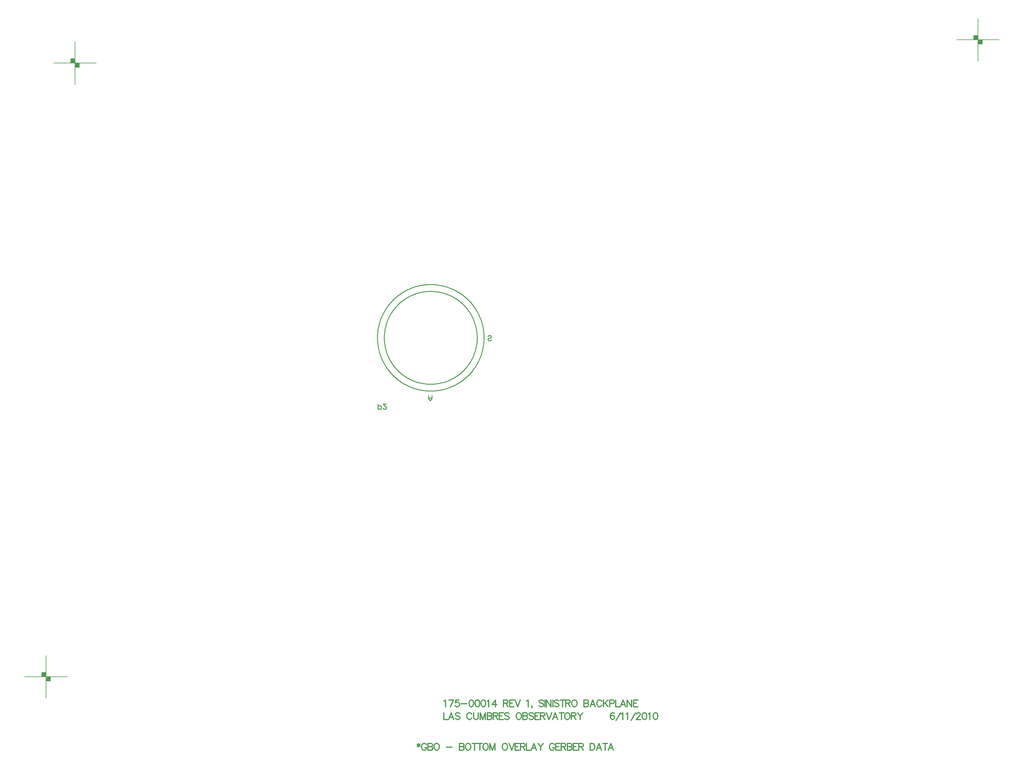
<source format=gbo>
%FSLAX23Y23*%
%MOIN*%
G70*
G01*
G75*
G04 Layer_Color=32896*
%ADD10R,0.050X0.050*%
%ADD11R,0.078X0.048*%
%ADD12R,0.050X0.050*%
%ADD13R,0.135X0.070*%
%ADD14R,0.037X0.035*%
%ADD15R,0.037X0.035*%
%ADD16R,0.100X0.100*%
%ADD17R,0.067X0.067*%
%ADD18O,0.028X0.018*%
%ADD19O,0.098X0.028*%
%ADD20R,0.094X0.130*%
%ADD21R,0.709X0.020*%
%ADD22R,0.016X0.085*%
%ADD23R,0.070X0.135*%
%ADD24C,0.030*%
%ADD25C,0.010*%
%ADD26C,0.020*%
%ADD27C,0.012*%
%ADD28C,0.008*%
%ADD29C,0.012*%
%ADD30C,0.012*%
%ADD31C,0.059*%
%ADD32R,0.059X0.059*%
%ADD33C,0.055*%
%ADD34C,0.134*%
%ADD35C,0.050*%
G04:AMPARAMS|DCode=36|XSize=90mil|YSize=110mil|CornerRadius=0mil|HoleSize=0mil|Usage=FLASHONLY|Rotation=162.000|XOffset=0mil|YOffset=0mil|HoleType=Round|Shape=Round|*
%AMOVALD36*
21,1,0.020,0.090,0.000,0.000,252.0*
1,1,0.090,0.003,0.010*
1,1,0.090,-0.003,-0.010*
%
%ADD36OVALD36*%

G04:AMPARAMS|DCode=37|XSize=90mil|YSize=110mil|CornerRadius=0mil|HoleSize=0mil|Usage=FLASHONLY|Rotation=144.000|XOffset=0mil|YOffset=0mil|HoleType=Round|Shape=Round|*
%AMOVALD37*
21,1,0.020,0.090,0.000,0.000,234.0*
1,1,0.090,0.006,0.008*
1,1,0.090,-0.006,-0.008*
%
%ADD37OVALD37*%

G04:AMPARAMS|DCode=38|XSize=90mil|YSize=110mil|CornerRadius=0mil|HoleSize=0mil|Usage=FLASHONLY|Rotation=126.000|XOffset=0mil|YOffset=0mil|HoleType=Round|Shape=Round|*
%AMOVALD38*
21,1,0.020,0.090,0.000,0.000,216.0*
1,1,0.090,0.008,0.006*
1,1,0.090,-0.008,-0.006*
%
%ADD38OVALD38*%

G04:AMPARAMS|DCode=39|XSize=90mil|YSize=110mil|CornerRadius=0mil|HoleSize=0mil|Usage=FLASHONLY|Rotation=108.000|XOffset=0mil|YOffset=0mil|HoleType=Round|Shape=Round|*
%AMOVALD39*
21,1,0.020,0.090,0.000,0.000,198.0*
1,1,0.090,0.010,0.003*
1,1,0.090,-0.010,-0.003*
%
%ADD39OVALD39*%

%ADD40O,0.110X0.090*%
G04:AMPARAMS|DCode=41|XSize=90mil|YSize=110mil|CornerRadius=0mil|HoleSize=0mil|Usage=FLASHONLY|Rotation=72.000|XOffset=0mil|YOffset=0mil|HoleType=Round|Shape=Round|*
%AMOVALD41*
21,1,0.020,0.090,0.000,0.000,162.0*
1,1,0.090,0.010,-0.003*
1,1,0.090,-0.010,0.003*
%
%ADD41OVALD41*%

G04:AMPARAMS|DCode=42|XSize=90mil|YSize=110mil|CornerRadius=0mil|HoleSize=0mil|Usage=FLASHONLY|Rotation=54.000|XOffset=0mil|YOffset=0mil|HoleType=Round|Shape=Round|*
%AMOVALD42*
21,1,0.020,0.090,0.000,0.000,144.0*
1,1,0.090,0.008,-0.006*
1,1,0.090,-0.008,0.006*
%
%ADD42OVALD42*%

G04:AMPARAMS|DCode=43|XSize=90mil|YSize=110mil|CornerRadius=0mil|HoleSize=0mil|Usage=FLASHONLY|Rotation=36.000|XOffset=0mil|YOffset=0mil|HoleType=Round|Shape=Round|*
%AMOVALD43*
21,1,0.020,0.090,0.000,0.000,126.0*
1,1,0.090,0.006,-0.008*
1,1,0.090,-0.006,0.008*
%
%ADD43OVALD43*%

G04:AMPARAMS|DCode=44|XSize=90mil|YSize=110mil|CornerRadius=0mil|HoleSize=0mil|Usage=FLASHONLY|Rotation=18.000|XOffset=0mil|YOffset=0mil|HoleType=Round|Shape=Round|*
%AMOVALD44*
21,1,0.020,0.090,0.000,0.000,108.0*
1,1,0.090,0.003,-0.010*
1,1,0.090,-0.003,0.010*
%
%ADD44OVALD44*%

%ADD45O,0.090X0.110*%
G04:AMPARAMS|DCode=46|XSize=90mil|YSize=110mil|CornerRadius=0mil|HoleSize=0mil|Usage=FLASHONLY|Rotation=152.304|XOffset=0mil|YOffset=0mil|HoleType=Round|Shape=Round|*
%AMOVALD46*
21,1,0.020,0.090,0.000,0.000,242.3*
1,1,0.090,0.005,0.009*
1,1,0.090,-0.005,-0.009*
%
%ADD46OVALD46*%

G04:AMPARAMS|DCode=47|XSize=90mil|YSize=110mil|CornerRadius=0mil|HoleSize=0mil|Usage=FLASHONLY|Rotation=124.612|XOffset=0mil|YOffset=0mil|HoleType=Round|Shape=Round|*
%AMOVALD47*
21,1,0.020,0.090,0.000,0.000,214.6*
1,1,0.090,0.008,0.006*
1,1,0.090,-0.008,-0.006*
%
%ADD47OVALD47*%

G04:AMPARAMS|DCode=48|XSize=90mil|YSize=110mil|CornerRadius=0mil|HoleSize=0mil|Usage=FLASHONLY|Rotation=96.920|XOffset=0mil|YOffset=0mil|HoleType=Round|Shape=Round|*
%AMOVALD48*
21,1,0.020,0.090,0.000,0.000,186.9*
1,1,0.090,0.010,0.001*
1,1,0.090,-0.010,-0.001*
%
%ADD48OVALD48*%

G04:AMPARAMS|DCode=49|XSize=90mil|YSize=110mil|CornerRadius=0mil|HoleSize=0mil|Usage=FLASHONLY|Rotation=69.228|XOffset=0mil|YOffset=0mil|HoleType=Round|Shape=Round|*
%AMOVALD49*
21,1,0.020,0.090,0.000,0.000,159.2*
1,1,0.090,0.009,-0.004*
1,1,0.090,-0.009,0.004*
%
%ADD49OVALD49*%

G04:AMPARAMS|DCode=50|XSize=90mil|YSize=110mil|CornerRadius=0mil|HoleSize=0mil|Usage=FLASHONLY|Rotation=41.536|XOffset=0mil|YOffset=0mil|HoleType=Round|Shape=Round|*
%AMOVALD50*
21,1,0.020,0.090,0.000,0.000,131.5*
1,1,0.090,0.007,-0.007*
1,1,0.090,-0.007,0.007*
%
%ADD50OVALD50*%

G04:AMPARAMS|DCode=51|XSize=90mil|YSize=110mil|CornerRadius=0mil|HoleSize=0mil|Usage=FLASHONLY|Rotation=13.844|XOffset=0mil|YOffset=0mil|HoleType=Round|Shape=Round|*
%AMOVALD51*
21,1,0.020,0.090,0.000,0.000,103.8*
1,1,0.090,0.002,-0.010*
1,1,0.090,-0.002,0.010*
%
%ADD51OVALD51*%

G04:AMPARAMS|DCode=52|XSize=90mil|YSize=110mil|CornerRadius=0mil|HoleSize=0mil|Usage=FLASHONLY|Rotation=346.152|XOffset=0mil|YOffset=0mil|HoleType=Round|Shape=Round|*
%AMOVALD52*
21,1,0.020,0.090,0.000,0.000,76.2*
1,1,0.090,-0.002,-0.010*
1,1,0.090,0.002,0.010*
%
%ADD52OVALD52*%

G04:AMPARAMS|DCode=53|XSize=90mil|YSize=110mil|CornerRadius=0mil|HoleSize=0mil|Usage=FLASHONLY|Rotation=318.460|XOffset=0mil|YOffset=0mil|HoleType=Round|Shape=Round|*
%AMOVALD53*
21,1,0.020,0.090,0.000,0.000,48.5*
1,1,0.090,-0.007,-0.007*
1,1,0.090,0.007,0.007*
%
%ADD53OVALD53*%

G04:AMPARAMS|DCode=54|XSize=90mil|YSize=110mil|CornerRadius=0mil|HoleSize=0mil|Usage=FLASHONLY|Rotation=290.768|XOffset=0mil|YOffset=0mil|HoleType=Round|Shape=Round|*
%AMOVALD54*
21,1,0.020,0.090,0.000,0.000,20.8*
1,1,0.090,-0.009,-0.004*
1,1,0.090,0.009,0.004*
%
%ADD54OVALD54*%

G04:AMPARAMS|DCode=55|XSize=90mil|YSize=110mil|CornerRadius=0mil|HoleSize=0mil|Usage=FLASHONLY|Rotation=263.076|XOffset=0mil|YOffset=0mil|HoleType=Round|Shape=Round|*
%AMOVALD55*
21,1,0.020,0.090,0.000,0.000,353.1*
1,1,0.090,-0.010,0.001*
1,1,0.090,0.010,-0.001*
%
%ADD55OVALD55*%

G04:AMPARAMS|DCode=56|XSize=90mil|YSize=110mil|CornerRadius=0mil|HoleSize=0mil|Usage=FLASHONLY|Rotation=235.384|XOffset=0mil|YOffset=0mil|HoleType=Round|Shape=Round|*
%AMOVALD56*
21,1,0.020,0.090,0.000,0.000,325.4*
1,1,0.090,-0.008,0.006*
1,1,0.090,0.008,-0.006*
%
%ADD56OVALD56*%

G04:AMPARAMS|DCode=57|XSize=90mil|YSize=110mil|CornerRadius=0mil|HoleSize=0mil|Usage=FLASHONLY|Rotation=207.692|XOffset=0mil|YOffset=0mil|HoleType=Round|Shape=Round|*
%AMOVALD57*
21,1,0.020,0.090,0.000,0.000,297.7*
1,1,0.090,-0.005,0.009*
1,1,0.090,0.005,-0.009*
%
%ADD57OVALD57*%

G04:AMPARAMS|DCode=58|XSize=90mil|YSize=110mil|CornerRadius=0mil|HoleSize=0mil|Usage=FLASHONLY|Rotation=128.568|XOffset=0mil|YOffset=0mil|HoleType=Round|Shape=Round|*
%AMOVALD58*
21,1,0.020,0.090,0.000,0.000,218.6*
1,1,0.090,0.008,0.006*
1,1,0.090,-0.008,-0.006*
%
%ADD58OVALD58*%

G04:AMPARAMS|DCode=59|XSize=90mil|YSize=110mil|CornerRadius=0mil|HoleSize=0mil|Usage=FLASHONLY|Rotation=77.140|XOffset=0mil|YOffset=0mil|HoleType=Round|Shape=Round|*
%AMOVALD59*
21,1,0.020,0.090,0.000,0.000,167.1*
1,1,0.090,0.010,-0.002*
1,1,0.090,-0.010,0.002*
%
%ADD59OVALD59*%

G04:AMPARAMS|DCode=60|XSize=90mil|YSize=110mil|CornerRadius=0mil|HoleSize=0mil|Usage=FLASHONLY|Rotation=25.712|XOffset=0mil|YOffset=0mil|HoleType=Round|Shape=Round|*
%AMOVALD60*
21,1,0.020,0.090,0.000,0.000,115.7*
1,1,0.090,0.004,-0.009*
1,1,0.090,-0.004,0.009*
%
%ADD60OVALD60*%

G04:AMPARAMS|DCode=61|XSize=90mil|YSize=110mil|CornerRadius=0mil|HoleSize=0mil|Usage=FLASHONLY|Rotation=334.284|XOffset=0mil|YOffset=0mil|HoleType=Round|Shape=Round|*
%AMOVALD61*
21,1,0.020,0.090,0.000,0.000,64.3*
1,1,0.090,-0.004,-0.009*
1,1,0.090,0.004,0.009*
%
%ADD61OVALD61*%

G04:AMPARAMS|DCode=62|XSize=90mil|YSize=110mil|CornerRadius=0mil|HoleSize=0mil|Usage=FLASHONLY|Rotation=282.856|XOffset=0mil|YOffset=0mil|HoleType=Round|Shape=Round|*
%AMOVALD62*
21,1,0.020,0.090,0.000,0.000,12.9*
1,1,0.090,-0.010,-0.002*
1,1,0.090,0.010,0.002*
%
%ADD62OVALD62*%

G04:AMPARAMS|DCode=63|XSize=90mil|YSize=110mil|CornerRadius=0mil|HoleSize=0mil|Usage=FLASHONLY|Rotation=231.428|XOffset=0mil|YOffset=0mil|HoleType=Round|Shape=Round|*
%AMOVALD63*
21,1,0.020,0.090,0.000,0.000,321.4*
1,1,0.090,-0.008,0.006*
1,1,0.090,0.008,-0.006*
%
%ADD63OVALD63*%

%ADD64C,0.024*%
%ADD65C,0.028*%
%ADD66C,0.040*%
%ADD67C,0.075*%
%ADD68C,0.068*%
G04:AMPARAMS|DCode=69|XSize=87.559mil|YSize=87.559mil|CornerRadius=0mil|HoleSize=0mil|Usage=FLASHONLY|Rotation=0.000|XOffset=0mil|YOffset=0mil|HoleType=Round|Shape=Relief|Width=10mil|Gap=10mil|Entries=4|*
%AMTHD69*
7,0,0,0.088,0.068,0.010,45*
%
%ADD69THD69*%
%ADD70C,0.073*%
G04:AMPARAMS|DCode=71|XSize=93.465mil|YSize=93.465mil|CornerRadius=0mil|HoleSize=0mil|Usage=FLASHONLY|Rotation=0.000|XOffset=0mil|YOffset=0mil|HoleType=Round|Shape=Relief|Width=10mil|Gap=10mil|Entries=4|*
%AMTHD71*
7,0,0,0.093,0.073,0.010,45*
%
%ADD71THD71*%
G04:AMPARAMS|DCode=72|XSize=95.433mil|YSize=95.433mil|CornerRadius=0mil|HoleSize=0mil|Usage=FLASHONLY|Rotation=0.000|XOffset=0mil|YOffset=0mil|HoleType=Round|Shape=Relief|Width=10mil|Gap=10mil|Entries=4|*
%AMTHD72*
7,0,0,0.095,0.075,0.010,45*
%
%ADD72THD72*%
%ADD73C,0.071*%
%ADD74C,0.174*%
%ADD75C,0.065*%
G04:AMPARAMS|DCode=76|XSize=85mil|YSize=85mil|CornerRadius=0mil|HoleSize=0mil|Usage=FLASHONLY|Rotation=0.000|XOffset=0mil|YOffset=0mil|HoleType=Round|Shape=Relief|Width=10mil|Gap=10mil|Entries=4|*
%AMTHD76*
7,0,0,0.085,0.065,0.010,45*
%
%ADD76THD76*%
%ADD77C,0.110*%
G04:AMPARAMS|DCode=78|XSize=130mil|YSize=130mil|CornerRadius=0mil|HoleSize=0mil|Usage=FLASHONLY|Rotation=0.000|XOffset=0mil|YOffset=0mil|HoleType=Round|Shape=Relief|Width=10mil|Gap=10mil|Entries=4|*
%AMTHD78*
7,0,0,0.130,0.110,0.010,45*
%
%ADD78THD78*%
%ADD79C,0.053*%
G04:AMPARAMS|DCode=80|XSize=70mil|YSize=70mil|CornerRadius=0mil|HoleSize=0mil|Usage=FLASHONLY|Rotation=0.000|XOffset=0mil|YOffset=0mil|HoleType=Round|Shape=Relief|Width=10mil|Gap=10mil|Entries=4|*
%AMTHD80*
7,0,0,0.070,0.050,0.010,45*
%
%ADD80THD80*%
G04:AMPARAMS|DCode=81|XSize=73mil|YSize=73mil|CornerRadius=0mil|HoleSize=0mil|Usage=FLASHONLY|Rotation=0.000|XOffset=0mil|YOffset=0mil|HoleType=Round|Shape=Relief|Width=10mil|Gap=10mil|Entries=4|*
%AMTHD81*
7,0,0,0.073,0.053,0.010,45*
%
%ADD81THD81*%
%ADD82C,0.010*%
%ADD83C,0.010*%
%ADD84C,0.006*%
%ADD85C,0.007*%
%ADD86C,0.008*%
%ADD87R,1.096X0.079*%
%ADD88R,1.496X0.079*%
%ADD89R,0.257X0.178*%
%ADD90R,0.058X0.058*%
%ADD91R,0.086X0.056*%
%ADD92R,0.058X0.058*%
%ADD93R,0.143X0.078*%
%ADD94R,0.045X0.043*%
%ADD95R,0.045X0.043*%
%ADD96R,0.108X0.108*%
%ADD97R,0.075X0.075*%
%ADD98O,0.036X0.026*%
%ADD99O,0.106X0.036*%
%ADD100R,0.102X0.138*%
%ADD101R,0.717X0.028*%
%ADD102R,0.024X0.093*%
%ADD103R,0.078X0.143*%
%ADD104C,0.067*%
%ADD105R,0.067X0.067*%
%ADD106C,0.063*%
%ADD107C,0.142*%
G04:AMPARAMS|DCode=108|XSize=98mil|YSize=118mil|CornerRadius=0mil|HoleSize=0mil|Usage=FLASHONLY|Rotation=162.000|XOffset=0mil|YOffset=0mil|HoleType=Round|Shape=Round|*
%AMOVALD108*
21,1,0.020,0.098,0.000,0.000,252.0*
1,1,0.098,0.003,0.010*
1,1,0.098,-0.003,-0.010*
%
%ADD108OVALD108*%

G04:AMPARAMS|DCode=109|XSize=98mil|YSize=118mil|CornerRadius=0mil|HoleSize=0mil|Usage=FLASHONLY|Rotation=144.000|XOffset=0mil|YOffset=0mil|HoleType=Round|Shape=Round|*
%AMOVALD109*
21,1,0.020,0.098,0.000,0.000,234.0*
1,1,0.098,0.006,0.008*
1,1,0.098,-0.006,-0.008*
%
%ADD109OVALD109*%

G04:AMPARAMS|DCode=110|XSize=98mil|YSize=118mil|CornerRadius=0mil|HoleSize=0mil|Usage=FLASHONLY|Rotation=126.000|XOffset=0mil|YOffset=0mil|HoleType=Round|Shape=Round|*
%AMOVALD110*
21,1,0.020,0.098,0.000,0.000,216.0*
1,1,0.098,0.008,0.006*
1,1,0.098,-0.008,-0.006*
%
%ADD110OVALD110*%

G04:AMPARAMS|DCode=111|XSize=98mil|YSize=118mil|CornerRadius=0mil|HoleSize=0mil|Usage=FLASHONLY|Rotation=108.000|XOffset=0mil|YOffset=0mil|HoleType=Round|Shape=Round|*
%AMOVALD111*
21,1,0.020,0.098,0.000,0.000,198.0*
1,1,0.098,0.010,0.003*
1,1,0.098,-0.010,-0.003*
%
%ADD111OVALD111*%

%ADD112O,0.118X0.098*%
G04:AMPARAMS|DCode=113|XSize=98mil|YSize=118mil|CornerRadius=0mil|HoleSize=0mil|Usage=FLASHONLY|Rotation=72.000|XOffset=0mil|YOffset=0mil|HoleType=Round|Shape=Round|*
%AMOVALD113*
21,1,0.020,0.098,0.000,0.000,162.0*
1,1,0.098,0.010,-0.003*
1,1,0.098,-0.010,0.003*
%
%ADD113OVALD113*%

G04:AMPARAMS|DCode=114|XSize=98mil|YSize=118mil|CornerRadius=0mil|HoleSize=0mil|Usage=FLASHONLY|Rotation=54.000|XOffset=0mil|YOffset=0mil|HoleType=Round|Shape=Round|*
%AMOVALD114*
21,1,0.020,0.098,0.000,0.000,144.0*
1,1,0.098,0.008,-0.006*
1,1,0.098,-0.008,0.006*
%
%ADD114OVALD114*%

G04:AMPARAMS|DCode=115|XSize=98mil|YSize=118mil|CornerRadius=0mil|HoleSize=0mil|Usage=FLASHONLY|Rotation=36.000|XOffset=0mil|YOffset=0mil|HoleType=Round|Shape=Round|*
%AMOVALD115*
21,1,0.020,0.098,0.000,0.000,126.0*
1,1,0.098,0.006,-0.008*
1,1,0.098,-0.006,0.008*
%
%ADD115OVALD115*%

G04:AMPARAMS|DCode=116|XSize=98mil|YSize=118mil|CornerRadius=0mil|HoleSize=0mil|Usage=FLASHONLY|Rotation=18.000|XOffset=0mil|YOffset=0mil|HoleType=Round|Shape=Round|*
%AMOVALD116*
21,1,0.020,0.098,0.000,0.000,108.0*
1,1,0.098,0.003,-0.010*
1,1,0.098,-0.003,0.010*
%
%ADD116OVALD116*%

%ADD117O,0.098X0.118*%
G04:AMPARAMS|DCode=118|XSize=98mil|YSize=118mil|CornerRadius=0mil|HoleSize=0mil|Usage=FLASHONLY|Rotation=152.304|XOffset=0mil|YOffset=0mil|HoleType=Round|Shape=Round|*
%AMOVALD118*
21,1,0.020,0.098,0.000,0.000,242.3*
1,1,0.098,0.005,0.009*
1,1,0.098,-0.005,-0.009*
%
%ADD118OVALD118*%

G04:AMPARAMS|DCode=119|XSize=98mil|YSize=118mil|CornerRadius=0mil|HoleSize=0mil|Usage=FLASHONLY|Rotation=124.612|XOffset=0mil|YOffset=0mil|HoleType=Round|Shape=Round|*
%AMOVALD119*
21,1,0.020,0.098,0.000,0.000,214.6*
1,1,0.098,0.008,0.006*
1,1,0.098,-0.008,-0.006*
%
%ADD119OVALD119*%

G04:AMPARAMS|DCode=120|XSize=98mil|YSize=118mil|CornerRadius=0mil|HoleSize=0mil|Usage=FLASHONLY|Rotation=96.920|XOffset=0mil|YOffset=0mil|HoleType=Round|Shape=Round|*
%AMOVALD120*
21,1,0.020,0.098,0.000,0.000,186.9*
1,1,0.098,0.010,0.001*
1,1,0.098,-0.010,-0.001*
%
%ADD120OVALD120*%

G04:AMPARAMS|DCode=121|XSize=98mil|YSize=118mil|CornerRadius=0mil|HoleSize=0mil|Usage=FLASHONLY|Rotation=69.228|XOffset=0mil|YOffset=0mil|HoleType=Round|Shape=Round|*
%AMOVALD121*
21,1,0.020,0.098,0.000,0.000,159.2*
1,1,0.098,0.009,-0.004*
1,1,0.098,-0.009,0.004*
%
%ADD121OVALD121*%

G04:AMPARAMS|DCode=122|XSize=98mil|YSize=118mil|CornerRadius=0mil|HoleSize=0mil|Usage=FLASHONLY|Rotation=41.536|XOffset=0mil|YOffset=0mil|HoleType=Round|Shape=Round|*
%AMOVALD122*
21,1,0.020,0.098,0.000,0.000,131.5*
1,1,0.098,0.007,-0.007*
1,1,0.098,-0.007,0.007*
%
%ADD122OVALD122*%

G04:AMPARAMS|DCode=123|XSize=98mil|YSize=118mil|CornerRadius=0mil|HoleSize=0mil|Usage=FLASHONLY|Rotation=13.844|XOffset=0mil|YOffset=0mil|HoleType=Round|Shape=Round|*
%AMOVALD123*
21,1,0.020,0.098,0.000,0.000,103.8*
1,1,0.098,0.002,-0.010*
1,1,0.098,-0.002,0.010*
%
%ADD123OVALD123*%

G04:AMPARAMS|DCode=124|XSize=98mil|YSize=118mil|CornerRadius=0mil|HoleSize=0mil|Usage=FLASHONLY|Rotation=346.152|XOffset=0mil|YOffset=0mil|HoleType=Round|Shape=Round|*
%AMOVALD124*
21,1,0.020,0.098,0.000,0.000,76.2*
1,1,0.098,-0.002,-0.010*
1,1,0.098,0.002,0.010*
%
%ADD124OVALD124*%

G04:AMPARAMS|DCode=125|XSize=98mil|YSize=118mil|CornerRadius=0mil|HoleSize=0mil|Usage=FLASHONLY|Rotation=318.460|XOffset=0mil|YOffset=0mil|HoleType=Round|Shape=Round|*
%AMOVALD125*
21,1,0.020,0.098,0.000,0.000,48.5*
1,1,0.098,-0.007,-0.007*
1,1,0.098,0.007,0.007*
%
%ADD125OVALD125*%

G04:AMPARAMS|DCode=126|XSize=98mil|YSize=118mil|CornerRadius=0mil|HoleSize=0mil|Usage=FLASHONLY|Rotation=290.768|XOffset=0mil|YOffset=0mil|HoleType=Round|Shape=Round|*
%AMOVALD126*
21,1,0.020,0.098,0.000,0.000,20.8*
1,1,0.098,-0.009,-0.004*
1,1,0.098,0.009,0.004*
%
%ADD126OVALD126*%

G04:AMPARAMS|DCode=127|XSize=98mil|YSize=118mil|CornerRadius=0mil|HoleSize=0mil|Usage=FLASHONLY|Rotation=263.076|XOffset=0mil|YOffset=0mil|HoleType=Round|Shape=Round|*
%AMOVALD127*
21,1,0.020,0.098,0.000,0.000,353.1*
1,1,0.098,-0.010,0.001*
1,1,0.098,0.010,-0.001*
%
%ADD127OVALD127*%

G04:AMPARAMS|DCode=128|XSize=98mil|YSize=118mil|CornerRadius=0mil|HoleSize=0mil|Usage=FLASHONLY|Rotation=235.384|XOffset=0mil|YOffset=0mil|HoleType=Round|Shape=Round|*
%AMOVALD128*
21,1,0.020,0.098,0.000,0.000,325.4*
1,1,0.098,-0.008,0.006*
1,1,0.098,0.008,-0.006*
%
%ADD128OVALD128*%

G04:AMPARAMS|DCode=129|XSize=98mil|YSize=118mil|CornerRadius=0mil|HoleSize=0mil|Usage=FLASHONLY|Rotation=207.692|XOffset=0mil|YOffset=0mil|HoleType=Round|Shape=Round|*
%AMOVALD129*
21,1,0.020,0.098,0.000,0.000,297.7*
1,1,0.098,-0.005,0.009*
1,1,0.098,0.005,-0.009*
%
%ADD129OVALD129*%

G04:AMPARAMS|DCode=130|XSize=98mil|YSize=118mil|CornerRadius=0mil|HoleSize=0mil|Usage=FLASHONLY|Rotation=128.568|XOffset=0mil|YOffset=0mil|HoleType=Round|Shape=Round|*
%AMOVALD130*
21,1,0.020,0.098,0.000,0.000,218.6*
1,1,0.098,0.008,0.006*
1,1,0.098,-0.008,-0.006*
%
%ADD130OVALD130*%

G04:AMPARAMS|DCode=131|XSize=98mil|YSize=118mil|CornerRadius=0mil|HoleSize=0mil|Usage=FLASHONLY|Rotation=77.140|XOffset=0mil|YOffset=0mil|HoleType=Round|Shape=Round|*
%AMOVALD131*
21,1,0.020,0.098,0.000,0.000,167.1*
1,1,0.098,0.010,-0.002*
1,1,0.098,-0.010,0.002*
%
%ADD131OVALD131*%

G04:AMPARAMS|DCode=132|XSize=98mil|YSize=118mil|CornerRadius=0mil|HoleSize=0mil|Usage=FLASHONLY|Rotation=25.712|XOffset=0mil|YOffset=0mil|HoleType=Round|Shape=Round|*
%AMOVALD132*
21,1,0.020,0.098,0.000,0.000,115.7*
1,1,0.098,0.004,-0.009*
1,1,0.098,-0.004,0.009*
%
%ADD132OVALD132*%

G04:AMPARAMS|DCode=133|XSize=98mil|YSize=118mil|CornerRadius=0mil|HoleSize=0mil|Usage=FLASHONLY|Rotation=334.284|XOffset=0mil|YOffset=0mil|HoleType=Round|Shape=Round|*
%AMOVALD133*
21,1,0.020,0.098,0.000,0.000,64.3*
1,1,0.098,-0.004,-0.009*
1,1,0.098,0.004,0.009*
%
%ADD133OVALD133*%

G04:AMPARAMS|DCode=134|XSize=98mil|YSize=118mil|CornerRadius=0mil|HoleSize=0mil|Usage=FLASHONLY|Rotation=282.856|XOffset=0mil|YOffset=0mil|HoleType=Round|Shape=Round|*
%AMOVALD134*
21,1,0.020,0.098,0.000,0.000,12.9*
1,1,0.098,-0.010,-0.002*
1,1,0.098,0.010,0.002*
%
%ADD134OVALD134*%

G04:AMPARAMS|DCode=135|XSize=98mil|YSize=118mil|CornerRadius=0mil|HoleSize=0mil|Usage=FLASHONLY|Rotation=231.428|XOffset=0mil|YOffset=0mil|HoleType=Round|Shape=Round|*
%AMOVALD135*
21,1,0.020,0.098,0.000,0.000,321.4*
1,1,0.098,-0.008,0.006*
1,1,0.098,0.008,-0.006*
%
%ADD135OVALD135*%

%ADD136C,0.032*%
%ADD137C,0.036*%
D25*
X14688Y13708D02*
X14688Y13718D01*
X14688Y13729D01*
X14687Y13739D01*
X14687Y13748D01*
X14686Y13758D01*
X14685Y13768D01*
X14684Y13778D01*
X14682Y13788D01*
X14681Y13798D01*
X14679Y13808D01*
X14677Y13818D01*
X14675Y13828D01*
X14673Y13837D01*
X14670Y13847D01*
X14668Y13857D01*
X14665Y13866D01*
X14662Y13876D01*
X14659Y13885D01*
X14655Y13895D01*
X14652Y13904D01*
X14648Y13914D01*
X14644Y13923D01*
X14640Y13932D01*
X14636Y13941D01*
X14632Y13950D01*
X14627Y13959D01*
X14622Y13968D01*
X14618Y13977D01*
X14613Y13985D01*
X14607Y13994D01*
X14602Y14002D01*
X14597Y14011D01*
X14591Y14019D01*
X14585Y14027D01*
X14579Y14035D01*
X14573Y14043D01*
X14567Y14051D01*
X14561Y14059D01*
X14554Y14066D01*
X14548Y14074D01*
X14541Y14081D01*
X14534Y14089D01*
X14527Y14096D01*
X14520Y14103D01*
X14512Y14109D01*
X14505Y14116D01*
X14497Y14123D01*
X14490Y14129D01*
X14482Y14135D01*
X14474Y14142D01*
X14466Y14148D01*
X14458Y14153D01*
X14450Y14159D01*
X14441Y14165D01*
X14433Y14170D01*
X14424Y14175D01*
X14416Y14180D01*
X14407Y14185D01*
X14398Y14190D01*
X14389Y14195D01*
X14380Y14199D01*
X14371Y14203D01*
X14362Y14208D01*
X14353Y14212D01*
X14344Y14215D01*
X14334Y14219D01*
X14325Y14222D01*
X14315Y14226D01*
X14306Y14229D01*
X14296Y14232D01*
X14287Y14234D01*
X14277Y14237D01*
X14267Y14239D01*
X14257Y14241D01*
X14248Y14243D01*
X14238Y14245D01*
X14228Y14247D01*
X14218Y14248D01*
X14208Y14250D01*
X14198Y14251D01*
X14188Y14252D01*
X14178Y14252D01*
X14168Y14253D01*
X14158Y14253D01*
X14148Y14253D01*
X14138D01*
X14128Y14253D01*
X14118Y14253D01*
X14108Y14252D01*
X14098Y14252D01*
X14088Y14251D01*
X14078Y14250D01*
X14068Y14248D01*
X14058Y14247D01*
X14049Y14245D01*
X14039Y14243D01*
X14029Y14241D01*
X14019Y14239D01*
X14009Y14237D01*
X14000Y14234D01*
X13990Y14232D01*
X13980Y14229D01*
X13971Y14226D01*
X13961Y14222D01*
X13952Y14219D01*
X13943Y14215D01*
X13933Y14212D01*
X13924Y14208D01*
X13915Y14203D01*
X13906Y14199D01*
X13897Y14195D01*
X13888Y14190D01*
X13879Y14185D01*
X13871Y14180D01*
X13862Y14175D01*
X13853Y14170D01*
X13845Y14165D01*
X13837Y14159D01*
X13828Y14153D01*
X13820Y14148D01*
X13812Y14142D01*
X13804Y14135D01*
X13797Y14129D01*
X13789Y14123D01*
X13781Y14116D01*
X13774Y14109D01*
X13767Y14103D01*
X13760Y14096D01*
X13752Y14089D01*
X13746Y14081D01*
X13739Y14074D01*
X13732Y14066D01*
X13726Y14059D01*
X13719Y14051D01*
X13713Y14043D01*
X13707Y14035D01*
X13701Y14027D01*
X13695Y14019D01*
X13690Y14011D01*
X13684Y14002D01*
X13679Y13994D01*
X13674Y13985D01*
X13669Y13977D01*
X13664Y13968D01*
X13659Y13959D01*
X13655Y13950D01*
X13650Y13941D01*
X13646Y13932D01*
X13642Y13923D01*
X13638Y13914D01*
X13635Y13904D01*
X13631Y13895D01*
X13628Y13885D01*
X13625Y13876D01*
X13622Y13866D01*
X13619Y13857D01*
X13616Y13847D01*
X13614Y13837D01*
X13611Y13828D01*
X13609Y13818D01*
X13607Y13808D01*
X13606Y13798D01*
X13604Y13788D01*
X13603Y13778D01*
X13601Y13768D01*
X13600Y13758D01*
X13600Y13748D01*
X13599Y13739D01*
X13599Y13729D01*
X13598Y13718D01*
X13598Y13708D01*
X13598Y13698D01*
X13599Y13688D01*
X13599Y13678D01*
X13600Y13668D01*
X13600Y13658D01*
X13601Y13649D01*
X13603Y13639D01*
X13604Y13629D01*
X13606Y13619D01*
X13607Y13609D01*
X13609Y13599D01*
X13611Y13589D01*
X13614Y13580D01*
X13616Y13570D01*
X13619Y13560D01*
X13622Y13551D01*
X13625Y13541D01*
X13628Y13532D01*
X13631Y13522D01*
X13635Y13513D01*
X13638Y13503D01*
X13642Y13494D01*
X13646Y13485D01*
X13650Y13476D01*
X13655Y13467D01*
X13659Y13458D01*
X13664Y13449D01*
X13669Y13440D01*
X13674Y13432D01*
X13679Y13423D01*
X13684Y13415D01*
X13690Y13406D01*
X13695Y13398D01*
X13701Y13390D01*
X13707Y13382D01*
X13713Y13374D01*
X13719Y13366D01*
X13726Y13358D01*
X13732Y13351D01*
X13739Y13343D01*
X13746Y13336D01*
X13752Y13328D01*
X13760Y13321D01*
X13767Y13314D01*
X13774Y13307D01*
X13781Y13301D01*
X13789Y13294D01*
X13797Y13288D01*
X13804Y13281D01*
X13812Y13275D01*
X13820Y13269D01*
X13828Y13263D01*
X13837Y13258D01*
X13845Y13252D01*
X13853Y13247D01*
X13862Y13242D01*
X13871Y13236D01*
X13879Y13232D01*
X13888Y13227D01*
X13897Y13222D01*
X13906Y13218D01*
X13915Y13213D01*
X13924Y13209D01*
X13933Y13205D01*
X13943Y13202D01*
X13952Y13198D01*
X13961Y13195D01*
X13971Y13191D01*
X13980Y13188D01*
X13990Y13185D01*
X14000Y13183D01*
X14009Y13180D01*
X14019Y13178D01*
X14029Y13176D01*
X14039Y13174D01*
X14049Y13172D01*
X14058Y13170D01*
X14068Y13169D01*
X14078Y13167D01*
X14088Y13166D01*
X14098Y13165D01*
X14108Y13165D01*
X14118Y13164D01*
X14128Y13164D01*
X14138Y13163D01*
X14148D01*
X14158Y13164D01*
X14168Y13164D01*
X14178Y13165D01*
X14188Y13165D01*
X14198Y13166D01*
X14208Y13167D01*
X14218Y13169D01*
X14228Y13170D01*
X14238Y13172D01*
X14248Y13174D01*
X14257Y13176D01*
X14267Y13178D01*
X14277Y13180D01*
X14287Y13183D01*
X14296Y13185D01*
X14306Y13188D01*
X14315Y13191D01*
X14325Y13195D01*
X14334Y13198D01*
X14344Y13202D01*
X14353Y13205D01*
X14362Y13209D01*
X14371Y13213D01*
X14380Y13218D01*
X14389Y13222D01*
X14398Y13227D01*
X14407Y13232D01*
X14416Y13236D01*
X14424Y13242D01*
X14433Y13247D01*
X14441Y13252D01*
X14450Y13258D01*
X14458Y13263D01*
X14466Y13269D01*
X14474Y13275D01*
X14482Y13281D01*
X14490Y13288D01*
X14497Y13294D01*
X14505Y13301D01*
X14512Y13307D01*
X14520Y13314D01*
X14527Y13321D01*
X14534Y13328D01*
X14541Y13336D01*
X14548Y13343D01*
X14554Y13351D01*
X14561Y13358D01*
X14567Y13366D01*
X14573Y13374D01*
X14579Y13382D01*
X14585Y13390D01*
X14591Y13398D01*
X14597Y13406D01*
X14602Y13415D01*
X14607Y13423D01*
X14613Y13432D01*
X14618Y13440D01*
X14622Y13449D01*
X14627Y13458D01*
X14632Y13467D01*
X14636Y13476D01*
X14640Y13485D01*
X14644Y13494D01*
X14648Y13503D01*
X14652Y13513D01*
X14655Y13522D01*
X14659Y13532D01*
X14662Y13541D01*
X14665Y13551D01*
X14668Y13560D01*
X14670Y13570D01*
X14673Y13580D01*
X14675Y13589D01*
X14677Y13599D01*
X14679Y13609D01*
X14681Y13619D01*
X14682Y13629D01*
X14684Y13639D01*
X14685Y13649D01*
X14686Y13658D01*
X14687Y13668D01*
X14687Y13678D01*
X14688Y13688D01*
X14688Y13698D01*
X14688Y13708D01*
X14768D02*
X14768Y13718D01*
X14768Y13728D01*
X14767Y13738D01*
X14767Y13748D01*
X14766Y13758D01*
X14765Y13768D01*
X14764Y13778D01*
X14763Y13788D01*
X14762Y13798D01*
X14760Y13808D01*
X14759Y13818D01*
X14757Y13828D01*
X14755Y13837D01*
X14753Y13847D01*
X14750Y13857D01*
X14748Y13867D01*
X14745Y13876D01*
X14743Y13886D01*
X14740Y13895D01*
X14737Y13905D01*
X14733Y13914D01*
X14730Y13924D01*
X14726Y13933D01*
X14723Y13942D01*
X14719Y13952D01*
X14715Y13961D01*
X14711Y13970D01*
X14707Y13979D01*
X14702Y13988D01*
X14698Y13997D01*
X14693Y14006D01*
X14688Y14014D01*
X14683Y14023D01*
X14678Y14032D01*
X14673Y14040D01*
X14668Y14049D01*
X14662Y14057D01*
X14656Y14065D01*
X14651Y14073D01*
X14645Y14082D01*
X14639Y14089D01*
X14633Y14097D01*
X14626Y14105D01*
X14620Y14113D01*
X14613Y14120D01*
X14607Y14128D01*
X14600Y14135D01*
X14593Y14142D01*
X14586Y14150D01*
X14579Y14157D01*
X14572Y14164D01*
X14564Y14170D01*
X14557Y14177D01*
X14549Y14184D01*
X14542Y14190D01*
X14534Y14196D01*
X14526Y14202D01*
X14518Y14209D01*
X14510Y14214D01*
X14502Y14220D01*
X14494Y14226D01*
X14485Y14231D01*
X14477Y14237D01*
X14469Y14242D01*
X14460Y14247D01*
X14451Y14252D01*
X14443Y14257D01*
X14434Y14262D01*
X14425Y14266D01*
X14416Y14271D01*
X14407Y14275D01*
X14398Y14279D01*
X14389Y14283D01*
X14379Y14287D01*
X14370Y14291D01*
X14361Y14294D01*
X14351Y14298D01*
X14342Y14301D01*
X14333Y14304D01*
X14323Y14307D01*
X14313Y14310D01*
X14304Y14313D01*
X14294Y14315D01*
X14284Y14317D01*
X14275Y14320D01*
X14265Y14322D01*
X14255Y14323D01*
X14245Y14325D01*
X14235Y14327D01*
X14225Y14328D01*
X14215Y14329D01*
X14206Y14330D01*
X14196Y14331D01*
X14186Y14332D01*
X14176Y14333D01*
X14166Y14333D01*
X14156Y14333D01*
X14146Y14334D01*
X14136Y14333D01*
X14126Y14333D01*
X14116Y14333D01*
X14106Y14332D01*
X14096Y14332D01*
X14086Y14331D01*
X14076Y14330D01*
X14066Y14329D01*
X14056Y14327D01*
X14046Y14326D01*
X14036Y14324D01*
X14026Y14323D01*
X14017Y14321D01*
X14007Y14318D01*
X13997Y14316D01*
X13987Y14314D01*
X13978Y14311D01*
X13968Y14309D01*
X13959Y14306D01*
X13949Y14303D01*
X13940Y14299D01*
X13930Y14296D01*
X13921Y14293D01*
X13911Y14289D01*
X13902Y14285D01*
X13893Y14281D01*
X13884Y14277D01*
X13875Y14273D01*
X13866Y14269D01*
X13857Y14264D01*
X13848Y14260D01*
X13839Y14255D01*
X13831Y14250D01*
X13822Y14245D01*
X13813Y14240D01*
X13805Y14234D01*
X13797Y14229D01*
X13788Y14223D01*
X13780Y14217D01*
X13772Y14211D01*
X13764Y14206D01*
X13756Y14199D01*
X13748Y14193D01*
X13741Y14187D01*
X13733Y14180D01*
X13726Y14174D01*
X13718Y14167D01*
X13711Y14160D01*
X13704Y14153D01*
X13697Y14146D01*
X13690Y14139D01*
X13683Y14132D01*
X13676Y14124D01*
X13670Y14117D01*
X13663Y14109D01*
X13657Y14101D01*
X13651Y14093D01*
X13645Y14086D01*
X13639Y14077D01*
X13633Y14069D01*
X13627Y14061D01*
X13622Y14053D01*
X13616Y14044D01*
X13611Y14036D01*
X13606Y14027D01*
X13601Y14019D01*
X13596Y14010D01*
X13591Y14001D01*
X13586Y13992D01*
X13582Y13984D01*
X13578Y13975D01*
X13573Y13965D01*
X13569Y13956D01*
X13565Y13947D01*
X13562Y13938D01*
X13558Y13929D01*
X13555Y13919D01*
X13551Y13910D01*
X13548Y13900D01*
X13545Y13891D01*
X13542Y13881D01*
X13540Y13871D01*
X13537Y13862D01*
X13535Y13852D01*
X13533Y13842D01*
X13531Y13833D01*
X13529Y13823D01*
X13527Y13813D01*
X13525Y13803D01*
X13524Y13793D01*
X13523Y13783D01*
X13521Y13773D01*
X13521Y13763D01*
X13520Y13753D01*
X13519Y13743D01*
X13519Y13733D01*
X13518Y13723D01*
X13518Y13713D01*
Y13703D01*
X13518Y13693D01*
X13519Y13684D01*
X13519Y13674D01*
X13520Y13664D01*
X13521Y13654D01*
X13521Y13644D01*
X13523Y13634D01*
X13524Y13624D01*
X13525Y13614D01*
X13527Y13604D01*
X13529Y13594D01*
X13531Y13584D01*
X13533Y13575D01*
X13535Y13565D01*
X13537Y13555D01*
X13540Y13545D01*
X13542Y13536D01*
X13545Y13526D01*
X13548Y13517D01*
X13551Y13507D01*
X13555Y13498D01*
X13558Y13488D01*
X13562Y13479D01*
X13565Y13470D01*
X13569Y13461D01*
X13573Y13452D01*
X13578Y13442D01*
X13582Y13433D01*
X13586Y13424D01*
X13591Y13416D01*
X13596Y13407D01*
X13601Y13398D01*
X13606Y13389D01*
X13611Y13381D01*
X13616Y13372D01*
X13622Y13364D01*
X13627Y13356D01*
X13633Y13348D01*
X13639Y13339D01*
X13645Y13331D01*
X13651Y13324D01*
X13657Y13316D01*
X13663Y13308D01*
X13670Y13300D01*
X13676Y13293D01*
X13683Y13285D01*
X13690Y13278D01*
X13697Y13271D01*
X13704Y13264D01*
X13711Y13257D01*
X13718Y13250D01*
X13726Y13243D01*
X13733Y13237D01*
X13741Y13230D01*
X13748Y13224D01*
X13756Y13218D01*
X13764Y13211D01*
X13772Y13205D01*
X13780Y13200D01*
X13788Y13194D01*
X13797Y13188D01*
X13805Y13183D01*
X13813Y13177D01*
X13822Y13172D01*
X13831Y13167D01*
X13839Y13162D01*
X13848Y13157D01*
X13857Y13153D01*
X13866Y13148D01*
X13875Y13144D01*
X13884Y13140D01*
X13893Y13136D01*
X13902Y13132D01*
X13911Y13128D01*
X13921Y13124D01*
X13930Y13121D01*
X13940Y13118D01*
X13949Y13114D01*
X13959Y13111D01*
X13968Y13108D01*
X13978Y13106D01*
X13987Y13103D01*
X13997Y13101D01*
X14007Y13098D01*
X14017Y13096D01*
X14026Y13094D01*
X14036Y13093D01*
X14046Y13091D01*
X14056Y13090D01*
X14066Y13088D01*
X14076Y13087D01*
X14086Y13086D01*
X14096Y13085D01*
X14106Y13085D01*
X14116Y13084D01*
X14126Y13084D01*
X14136Y13083D01*
X14146Y13083D01*
X14156Y13084D01*
X14166Y13084D01*
X14176Y13084D01*
X14186Y13085D01*
X14196Y13086D01*
X14206Y13087D01*
X14215Y13088D01*
X14225Y13089D01*
X14235Y13090D01*
X14245Y13092D01*
X14255Y13094D01*
X14265Y13095D01*
X14275Y13097D01*
X14284Y13100D01*
X14294Y13102D01*
X14304Y13104D01*
X14313Y13107D01*
X14323Y13110D01*
X14332Y13113D01*
X14342Y13116D01*
X14351Y13119D01*
X14361Y13123D01*
X14370Y13126D01*
X14379Y13130D01*
X14389Y13134D01*
X14398Y13138D01*
X14407Y13142D01*
X14416Y13146D01*
X14425Y13151D01*
X14434Y13155D01*
X14443Y13160D01*
X14451Y13165D01*
X14460Y13170D01*
X14469Y13175D01*
X14477Y13180D01*
X14485Y13185D01*
X14494Y13191D01*
X14502Y13197D01*
X14510Y13203D01*
X14518Y13208D01*
X14526Y13214D01*
X14534Y13221D01*
X14542Y13227D01*
X14549Y13233D01*
X14557Y13240D01*
X14564Y13247D01*
X14572Y13253D01*
X14579Y13260D01*
X14586Y13267D01*
X14593Y13275D01*
X14600Y13282D01*
X14607Y13289D01*
X14613Y13297D01*
X14620Y13304D01*
X14626Y13312D01*
X14633Y13320D01*
X14639Y13327D01*
X14645Y13335D01*
X14651Y13344D01*
X14656Y13352D01*
X14662Y13360D01*
X14667Y13368D01*
X14673Y13377D01*
X14678Y13385D01*
X14683Y13394D01*
X14688Y13402D01*
X14693Y13411D01*
X14698Y13420D01*
X14702Y13429D01*
X14707Y13438D01*
X14711Y13447D01*
X14715Y13456D01*
X14719Y13465D01*
X14723Y13474D01*
X14726Y13484D01*
X14730Y13493D01*
X14733Y13503D01*
X14737Y13512D01*
X14740Y13522D01*
X14742Y13531D01*
X14745Y13541D01*
X14748Y13550D01*
X14750Y13560D01*
X14753Y13570D01*
X14755Y13579D01*
X14757Y13589D01*
X14759Y13599D01*
X14760Y13609D01*
X14762Y13619D01*
X14763Y13629D01*
X14764Y13639D01*
X14765Y13649D01*
X14766Y13659D01*
X14767Y13669D01*
X14767Y13678D01*
X14768Y13688D01*
X14768Y13698D01*
X14768Y13708D01*
Y13708D01*
X13523Y12932D02*
Y12872D01*
X13553D01*
X13563Y12882D01*
Y12902D01*
X13553Y12912D01*
X13523D01*
X13623Y12932D02*
X13583D01*
X13623Y12892D01*
Y12882D01*
X13613Y12872D01*
X13593D01*
X13583Y12882D01*
X14116Y13031D02*
Y12991D01*
X14136Y12971D01*
X14156Y12991D01*
Y13031D01*
Y13001D01*
X14116D01*
X14854Y13683D02*
X14844Y13673D01*
X14824D01*
X14814Y13683D01*
Y13693D01*
X14824Y13703D01*
X14844D01*
X14854Y13713D01*
Y13723D01*
X14844Y13733D01*
X14824D01*
X14814Y13723D01*
D27*
X14002Y8945D02*
Y8899D01*
X13983Y8933D02*
X14021Y8910D01*
Y8933D02*
X13983Y8910D01*
X14094Y8926D02*
X14090Y8933D01*
X14083Y8941D01*
X14075Y8945D01*
X14060D01*
X14052Y8941D01*
X14045Y8933D01*
X14041Y8926D01*
X14037Y8914D01*
Y8895D01*
X14041Y8884D01*
X14045Y8876D01*
X14052Y8869D01*
X14060Y8865D01*
X14075D01*
X14083Y8869D01*
X14090Y8876D01*
X14094Y8884D01*
Y8895D01*
X14075D02*
X14094D01*
X14112Y8945D02*
Y8865D01*
Y8945D02*
X14147D01*
X14158Y8941D01*
X14162Y8937D01*
X14166Y8929D01*
Y8922D01*
X14162Y8914D01*
X14158Y8910D01*
X14147Y8907D01*
X14112D02*
X14147D01*
X14158Y8903D01*
X14162Y8899D01*
X14166Y8891D01*
Y8880D01*
X14162Y8872D01*
X14158Y8869D01*
X14147Y8865D01*
X14112D01*
X14207Y8945D02*
X14199Y8941D01*
X14191Y8933D01*
X14187Y8926D01*
X14184Y8914D01*
Y8895D01*
X14187Y8884D01*
X14191Y8876D01*
X14199Y8869D01*
X14207Y8865D01*
X14222D01*
X14229Y8869D01*
X14237Y8876D01*
X14241Y8884D01*
X14245Y8895D01*
Y8914D01*
X14241Y8926D01*
X14237Y8933D01*
X14229Y8941D01*
X14222Y8945D01*
X14207D01*
X14326Y8899D02*
X14395D01*
X14481Y8945D02*
Y8865D01*
Y8945D02*
X14515D01*
X14527Y8941D01*
X14531Y8937D01*
X14534Y8929D01*
Y8922D01*
X14531Y8914D01*
X14527Y8910D01*
X14515Y8907D01*
X14481D02*
X14515D01*
X14527Y8903D01*
X14531Y8899D01*
X14534Y8891D01*
Y8880D01*
X14531Y8872D01*
X14527Y8869D01*
X14515Y8865D01*
X14481D01*
X14575Y8945D02*
X14568Y8941D01*
X14560Y8933D01*
X14556Y8926D01*
X14552Y8914D01*
Y8895D01*
X14556Y8884D01*
X14560Y8876D01*
X14568Y8869D01*
X14575Y8865D01*
X14590D01*
X14598Y8869D01*
X14606Y8876D01*
X14609Y8884D01*
X14613Y8895D01*
Y8914D01*
X14609Y8926D01*
X14606Y8933D01*
X14598Y8941D01*
X14590Y8945D01*
X14575D01*
X14659D02*
Y8865D01*
X14632Y8945D02*
X14685D01*
X14721D02*
Y8865D01*
X14695Y8945D02*
X14748D01*
X14780D02*
X14773Y8941D01*
X14765Y8933D01*
X14761Y8926D01*
X14758Y8914D01*
Y8895D01*
X14761Y8884D01*
X14765Y8876D01*
X14773Y8869D01*
X14780Y8865D01*
X14796D01*
X14803Y8869D01*
X14811Y8876D01*
X14815Y8884D01*
X14819Y8895D01*
Y8914D01*
X14815Y8926D01*
X14811Y8933D01*
X14803Y8941D01*
X14796Y8945D01*
X14780D01*
X14837D02*
Y8865D01*
Y8945D02*
X14868Y8865D01*
X14898Y8945D02*
X14868Y8865D01*
X14898Y8945D02*
Y8865D01*
X15007Y8945D02*
X14999Y8941D01*
X14991Y8933D01*
X14988Y8926D01*
X14984Y8914D01*
Y8895D01*
X14988Y8884D01*
X14991Y8876D01*
X14999Y8869D01*
X15007Y8865D01*
X15022D01*
X15030Y8869D01*
X15037Y8876D01*
X15041Y8884D01*
X15045Y8895D01*
Y8914D01*
X15041Y8926D01*
X15037Y8933D01*
X15030Y8941D01*
X15022Y8945D01*
X15007D01*
X15063D02*
X15094Y8865D01*
X15124Y8945D02*
X15094Y8865D01*
X15184Y8945D02*
X15135D01*
Y8865D01*
X15184D01*
X15135Y8907D02*
X15165D01*
X15198Y8945D02*
Y8865D01*
Y8945D02*
X15232D01*
X15243Y8941D01*
X15247Y8937D01*
X15251Y8929D01*
Y8922D01*
X15247Y8914D01*
X15243Y8910D01*
X15232Y8907D01*
X15198D01*
X15224D02*
X15251Y8865D01*
X15269Y8945D02*
Y8865D01*
X15314D01*
X15384D02*
X15354Y8945D01*
X15323Y8865D01*
X15335Y8891D02*
X15373D01*
X15403Y8945D02*
X15433Y8907D01*
Y8865D01*
X15464Y8945D02*
X15433Y8907D01*
X15594Y8926D02*
X15590Y8933D01*
X15583Y8941D01*
X15575Y8945D01*
X15560D01*
X15552Y8941D01*
X15545Y8933D01*
X15541Y8926D01*
X15537Y8914D01*
Y8895D01*
X15541Y8884D01*
X15545Y8876D01*
X15552Y8869D01*
X15560Y8865D01*
X15575D01*
X15583Y8869D01*
X15590Y8876D01*
X15594Y8884D01*
Y8895D01*
X15575D02*
X15594D01*
X15662Y8945D02*
X15612D01*
Y8865D01*
X15662D01*
X15612Y8907D02*
X15643D01*
X15675Y8945D02*
Y8865D01*
Y8945D02*
X15709D01*
X15721Y8941D01*
X15725Y8937D01*
X15728Y8929D01*
Y8922D01*
X15725Y8914D01*
X15721Y8910D01*
X15709Y8907D01*
X15675D01*
X15702D02*
X15728Y8865D01*
X15746Y8945D02*
Y8865D01*
Y8945D02*
X15781D01*
X15792Y8941D01*
X15796Y8937D01*
X15800Y8929D01*
Y8922D01*
X15796Y8914D01*
X15792Y8910D01*
X15781Y8907D01*
X15746D02*
X15781D01*
X15792Y8903D01*
X15796Y8899D01*
X15800Y8891D01*
Y8880D01*
X15796Y8872D01*
X15792Y8869D01*
X15781Y8865D01*
X15746D01*
X15867Y8945D02*
X15818D01*
Y8865D01*
X15867D01*
X15818Y8907D02*
X15848D01*
X15880Y8945D02*
Y8865D01*
Y8945D02*
X15915D01*
X15926Y8941D01*
X15930Y8937D01*
X15934Y8929D01*
Y8922D01*
X15930Y8914D01*
X15926Y8910D01*
X15915Y8907D01*
X15880D01*
X15907D02*
X15934Y8865D01*
X16014Y8945D02*
Y8865D01*
Y8945D02*
X16041D01*
X16053Y8941D01*
X16060Y8933D01*
X16064Y8926D01*
X16068Y8914D01*
Y8895D01*
X16064Y8884D01*
X16060Y8876D01*
X16053Y8869D01*
X16041Y8865D01*
X16014D01*
X16147D02*
X16116Y8945D01*
X16086Y8865D01*
X16097Y8891D02*
X16135D01*
X16192Y8945D02*
Y8865D01*
X16165Y8945D02*
X16219D01*
X16289Y8865D02*
X16259Y8945D01*
X16228Y8865D01*
X16240Y8891D02*
X16278D01*
D28*
X9940Y16958D02*
X9950D01*
X9940Y16953D02*
Y16963D01*
Y16953D02*
X9950Y16953D01*
X9950Y16963D01*
X9940D02*
X9950D01*
X9935Y16948D02*
Y16963D01*
Y16948D02*
X9955D01*
Y16968D01*
X9935Y16968D02*
X9955Y16968D01*
X9930Y16943D02*
Y16968D01*
Y16943D02*
X9960D01*
Y16973D01*
X9930D02*
X9960D01*
X9925Y16938D02*
Y16978D01*
Y16938D02*
X9965D01*
Y16978D01*
X9925D02*
X9965D01*
X9990Y16908D02*
X10000D01*
X9990Y16903D02*
X9990Y16913D01*
X9990Y16903D02*
X10000D01*
Y16913D01*
X9990Y16913D02*
X10000Y16913D01*
X9985Y16898D02*
Y16913D01*
Y16898D02*
X10005Y16898D01*
X10005Y16918D02*
X10005Y16898D01*
X9985Y16918D02*
X10005D01*
X9980Y16893D02*
Y16918D01*
Y16893D02*
X10010D01*
Y16923D01*
X9980D02*
X10010D01*
X9975Y16888D02*
Y16928D01*
Y16888D02*
X10015D01*
Y16928D01*
X9975D02*
X10015D01*
X9970Y16883D02*
X10020Y16883D01*
X10020Y16933D02*
X10020Y16883D01*
X9920Y16983D02*
X9970Y16983D01*
X9920Y16983D02*
X9920Y16933D01*
X9970Y16683D02*
Y17183D01*
X9720Y16933D02*
X10220D01*
X20535Y17232D02*
X20545D01*
X20535Y17227D02*
Y17237D01*
Y17227D02*
X20545Y17227D01*
X20545Y17237D01*
X20535D02*
X20545D01*
X20530Y17222D02*
Y17237D01*
Y17222D02*
X20550D01*
Y17242D01*
X20530Y17242D02*
X20550Y17242D01*
X20525Y17217D02*
Y17242D01*
Y17217D02*
X20555D01*
Y17247D01*
X20525D02*
X20555D01*
X20520Y17212D02*
Y17252D01*
Y17212D02*
X20560D01*
Y17252D01*
X20520D02*
X20560D01*
X20585Y17182D02*
X20595D01*
X20585Y17177D02*
X20585Y17187D01*
X20585Y17177D02*
X20595D01*
Y17187D01*
X20585Y17187D02*
X20595Y17187D01*
X20580Y17172D02*
Y17187D01*
Y17172D02*
X20600Y17172D01*
X20600Y17192D02*
X20600Y17172D01*
X20580Y17192D02*
X20600D01*
X20575Y17167D02*
Y17192D01*
Y17167D02*
X20605D01*
Y17197D01*
X20575D02*
X20605D01*
X20570Y17162D02*
Y17202D01*
Y17162D02*
X20610D01*
Y17202D01*
X20570D02*
X20610D01*
X20565Y17157D02*
X20615Y17157D01*
X20615Y17207D02*
X20615Y17157D01*
X20515Y17257D02*
X20565Y17257D01*
X20515Y17257D02*
X20515Y17207D01*
X20565Y16957D02*
Y17457D01*
X20315Y17207D02*
X20815D01*
X9601Y9751D02*
X9611D01*
X9601Y9746D02*
Y9756D01*
Y9746D02*
X9611Y9746D01*
X9611Y9756D01*
X9601D02*
X9611D01*
X9596Y9741D02*
Y9756D01*
Y9741D02*
X9616D01*
Y9761D01*
X9596Y9761D02*
X9616Y9761D01*
X9591Y9736D02*
Y9761D01*
Y9736D02*
X9621D01*
Y9766D01*
X9591D02*
X9621D01*
X9586Y9731D02*
Y9771D01*
Y9731D02*
X9626D01*
Y9771D01*
X9586D02*
X9626D01*
X9651Y9701D02*
X9661D01*
X9651Y9696D02*
X9651Y9706D01*
X9651Y9696D02*
X9661D01*
Y9706D01*
X9651Y9706D02*
X9661Y9706D01*
X9646Y9691D02*
Y9706D01*
Y9691D02*
X9666Y9691D01*
X9666Y9711D02*
X9666Y9691D01*
X9646Y9711D02*
X9666D01*
X9641Y9686D02*
Y9711D01*
Y9686D02*
X9671D01*
Y9716D01*
X9641D02*
X9671D01*
X9636Y9681D02*
Y9721D01*
Y9681D02*
X9676D01*
Y9721D01*
X9636D02*
X9676D01*
X9631Y9676D02*
X9681Y9676D01*
X9681Y9726D02*
X9681Y9676D01*
X9581Y9776D02*
X9631Y9776D01*
X9581Y9776D02*
X9581Y9726D01*
X9631Y9476D02*
Y9976D01*
X9381Y9726D02*
X9881D01*
D29*
X14299Y9440D02*
X14307Y9444D01*
X14318Y9455D01*
Y9375D01*
X14411Y9455D02*
X14373Y9375D01*
X14358Y9455D02*
X14411D01*
X14475D02*
X14437D01*
X14433Y9421D01*
X14437Y9425D01*
X14448Y9429D01*
X14460D01*
X14471Y9425D01*
X14479Y9417D01*
X14483Y9406D01*
Y9398D01*
X14479Y9387D01*
X14471Y9379D01*
X14460Y9375D01*
X14448D01*
X14437Y9379D01*
X14433Y9383D01*
X14429Y9391D01*
X14501Y9410D02*
X14569D01*
X14616Y9455D02*
X14604Y9452D01*
X14597Y9440D01*
X14593Y9421D01*
Y9410D01*
X14597Y9391D01*
X14604Y9379D01*
X14616Y9375D01*
X14623D01*
X14635Y9379D01*
X14642Y9391D01*
X14646Y9410D01*
Y9421D01*
X14642Y9440D01*
X14635Y9452D01*
X14623Y9455D01*
X14616D01*
X14687D02*
X14675Y9452D01*
X14668Y9440D01*
X14664Y9421D01*
Y9410D01*
X14668Y9391D01*
X14675Y9379D01*
X14687Y9375D01*
X14694D01*
X14706Y9379D01*
X14713Y9391D01*
X14717Y9410D01*
Y9421D01*
X14713Y9440D01*
X14706Y9452D01*
X14694Y9455D01*
X14687D01*
X14758D02*
X14747Y9452D01*
X14739Y9440D01*
X14735Y9421D01*
Y9410D01*
X14739Y9391D01*
X14747Y9379D01*
X14758Y9375D01*
X14766D01*
X14777Y9379D01*
X14785Y9391D01*
X14788Y9410D01*
Y9421D01*
X14785Y9440D01*
X14777Y9452D01*
X14766Y9455D01*
X14758D01*
X14806Y9440D02*
X14814Y9444D01*
X14825Y9455D01*
Y9375D01*
X14903Y9455D02*
X14865Y9402D01*
X14922D01*
X14903Y9455D02*
Y9375D01*
X14999Y9455D02*
Y9375D01*
Y9455D02*
X15033D01*
X15045Y9452D01*
X15049Y9448D01*
X15052Y9440D01*
Y9433D01*
X15049Y9425D01*
X15045Y9421D01*
X15033Y9417D01*
X14999D01*
X15026D02*
X15052Y9375D01*
X15120Y9455D02*
X15070D01*
Y9375D01*
X15120D01*
X15070Y9417D02*
X15101D01*
X15133Y9455D02*
X15164Y9375D01*
X15194Y9455D02*
X15164Y9375D01*
X15267Y9440D02*
X15275Y9444D01*
X15286Y9455D01*
Y9375D01*
X15333Y9379D02*
X15330Y9375D01*
X15326Y9379D01*
X15330Y9383D01*
X15333Y9379D01*
Y9372D01*
X15330Y9364D01*
X15326Y9360D01*
X15467Y9444D02*
X15460Y9452D01*
X15448Y9455D01*
X15433D01*
X15421Y9452D01*
X15414Y9444D01*
Y9436D01*
X15418Y9429D01*
X15421Y9425D01*
X15429Y9421D01*
X15452Y9414D01*
X15460Y9410D01*
X15463Y9406D01*
X15467Y9398D01*
Y9387D01*
X15460Y9379D01*
X15448Y9375D01*
X15433D01*
X15421Y9379D01*
X15414Y9387D01*
X15485Y9455D02*
Y9375D01*
X15502Y9455D02*
Y9375D01*
Y9455D02*
X15555Y9375D01*
Y9455D02*
Y9375D01*
X15577Y9455D02*
Y9375D01*
X15647Y9444D02*
X15640Y9452D01*
X15628Y9455D01*
X15613D01*
X15602Y9452D01*
X15594Y9444D01*
Y9436D01*
X15598Y9429D01*
X15602Y9425D01*
X15609Y9421D01*
X15632Y9414D01*
X15640Y9410D01*
X15644Y9406D01*
X15647Y9398D01*
Y9387D01*
X15640Y9379D01*
X15628Y9375D01*
X15613D01*
X15602Y9379D01*
X15594Y9387D01*
X15692Y9455D02*
Y9375D01*
X15665Y9455D02*
X15719D01*
X15728D02*
Y9375D01*
Y9455D02*
X15762D01*
X15774Y9452D01*
X15778Y9448D01*
X15781Y9440D01*
Y9433D01*
X15778Y9425D01*
X15774Y9421D01*
X15762Y9417D01*
X15728D01*
X15755D02*
X15781Y9375D01*
X15822Y9455D02*
X15815Y9452D01*
X15807Y9444D01*
X15803Y9436D01*
X15799Y9425D01*
Y9406D01*
X15803Y9395D01*
X15807Y9387D01*
X15815Y9379D01*
X15822Y9375D01*
X15837D01*
X15845Y9379D01*
X15853Y9387D01*
X15856Y9395D01*
X15860Y9406D01*
Y9425D01*
X15856Y9436D01*
X15853Y9444D01*
X15845Y9452D01*
X15837Y9455D01*
X15822D01*
X15942D02*
Y9375D01*
Y9455D02*
X15976D01*
X15987Y9452D01*
X15991Y9448D01*
X15995Y9440D01*
Y9433D01*
X15991Y9425D01*
X15987Y9421D01*
X15976Y9417D01*
X15942D02*
X15976D01*
X15987Y9414D01*
X15991Y9410D01*
X15995Y9402D01*
Y9391D01*
X15991Y9383D01*
X15987Y9379D01*
X15976Y9375D01*
X15942D01*
X16074D02*
X16043Y9455D01*
X16013Y9375D01*
X16024Y9402D02*
X16062D01*
X16150Y9436D02*
X16146Y9444D01*
X16138Y9452D01*
X16131Y9455D01*
X16115D01*
X16108Y9452D01*
X16100Y9444D01*
X16096Y9436D01*
X16093Y9425D01*
Y9406D01*
X16096Y9395D01*
X16100Y9387D01*
X16108Y9379D01*
X16115Y9375D01*
X16131D01*
X16138Y9379D01*
X16146Y9387D01*
X16150Y9395D01*
X16172Y9455D02*
Y9375D01*
X16225Y9455D02*
X16172Y9402D01*
X16191Y9421D02*
X16225Y9375D01*
X16243Y9414D02*
X16278D01*
X16289Y9417D01*
X16293Y9421D01*
X16297Y9429D01*
Y9440D01*
X16293Y9448D01*
X16289Y9452D01*
X16278Y9455D01*
X16243D01*
Y9375D01*
X16315Y9455D02*
Y9375D01*
X16360D01*
X16430D02*
X16400Y9455D01*
X16369Y9375D01*
X16381Y9402D02*
X16419D01*
X16449Y9455D02*
Y9375D01*
Y9455D02*
X16502Y9375D01*
Y9455D02*
Y9375D01*
X16574Y9455D02*
X16524D01*
Y9375D01*
X16574D01*
X16524Y9417D02*
X16555D01*
D30*
X14299Y9305D02*
Y9225D01*
X14345D01*
X14415D02*
X14384Y9305D01*
X14354Y9225D01*
X14365Y9252D02*
X14403D01*
X14487Y9294D02*
X14479Y9302D01*
X14468Y9305D01*
X14453D01*
X14441Y9302D01*
X14433Y9294D01*
Y9286D01*
X14437Y9279D01*
X14441Y9275D01*
X14449Y9271D01*
X14472Y9264D01*
X14479Y9260D01*
X14483Y9256D01*
X14487Y9248D01*
Y9237D01*
X14479Y9229D01*
X14468Y9225D01*
X14453D01*
X14441Y9229D01*
X14433Y9237D01*
X14625Y9286D02*
X14621Y9294D01*
X14613Y9302D01*
X14606Y9305D01*
X14590D01*
X14583Y9302D01*
X14575Y9294D01*
X14571Y9286D01*
X14568Y9275D01*
Y9256D01*
X14571Y9244D01*
X14575Y9237D01*
X14583Y9229D01*
X14590Y9225D01*
X14606D01*
X14613Y9229D01*
X14621Y9237D01*
X14625Y9244D01*
X14647Y9305D02*
Y9248D01*
X14651Y9237D01*
X14659Y9229D01*
X14670Y9225D01*
X14678D01*
X14689Y9229D01*
X14697Y9237D01*
X14700Y9248D01*
Y9305D01*
X14723D02*
Y9225D01*
Y9305D02*
X14753Y9225D01*
X14784Y9305D02*
X14753Y9225D01*
X14784Y9305D02*
Y9225D01*
X14806Y9305D02*
Y9225D01*
Y9305D02*
X14841D01*
X14852Y9302D01*
X14856Y9298D01*
X14860Y9290D01*
Y9283D01*
X14856Y9275D01*
X14852Y9271D01*
X14841Y9267D01*
X14806D02*
X14841D01*
X14852Y9264D01*
X14856Y9260D01*
X14860Y9252D01*
Y9241D01*
X14856Y9233D01*
X14852Y9229D01*
X14841Y9225D01*
X14806D01*
X14878Y9305D02*
Y9225D01*
Y9305D02*
X14912D01*
X14923Y9302D01*
X14927Y9298D01*
X14931Y9290D01*
Y9283D01*
X14927Y9275D01*
X14923Y9271D01*
X14912Y9267D01*
X14878D01*
X14904D02*
X14931Y9225D01*
X14998Y9305D02*
X14949D01*
Y9225D01*
X14998D01*
X14949Y9267D02*
X14979D01*
X15065Y9294D02*
X15057Y9302D01*
X15046Y9305D01*
X15031D01*
X15019Y9302D01*
X15012Y9294D01*
Y9286D01*
X15015Y9279D01*
X15019Y9275D01*
X15027Y9271D01*
X15050Y9264D01*
X15057Y9260D01*
X15061Y9256D01*
X15065Y9248D01*
Y9237D01*
X15057Y9229D01*
X15046Y9225D01*
X15031D01*
X15019Y9229D01*
X15012Y9237D01*
X15169Y9305D02*
X15161Y9302D01*
X15153Y9294D01*
X15150Y9286D01*
X15146Y9275D01*
Y9256D01*
X15150Y9244D01*
X15153Y9237D01*
X15161Y9229D01*
X15169Y9225D01*
X15184D01*
X15191Y9229D01*
X15199Y9237D01*
X15203Y9244D01*
X15207Y9256D01*
Y9275D01*
X15203Y9286D01*
X15199Y9294D01*
X15191Y9302D01*
X15184Y9305D01*
X15169D01*
X15225D02*
Y9225D01*
Y9305D02*
X15260D01*
X15271Y9302D01*
X15275Y9298D01*
X15279Y9290D01*
Y9283D01*
X15275Y9275D01*
X15271Y9271D01*
X15260Y9267D01*
X15225D02*
X15260D01*
X15271Y9264D01*
X15275Y9260D01*
X15279Y9252D01*
Y9241D01*
X15275Y9233D01*
X15271Y9229D01*
X15260Y9225D01*
X15225D01*
X15350Y9294D02*
X15342Y9302D01*
X15331Y9305D01*
X15316D01*
X15304Y9302D01*
X15297Y9294D01*
Y9286D01*
X15300Y9279D01*
X15304Y9275D01*
X15312Y9271D01*
X15335Y9264D01*
X15342Y9260D01*
X15346Y9256D01*
X15350Y9248D01*
Y9237D01*
X15342Y9229D01*
X15331Y9225D01*
X15316D01*
X15304Y9229D01*
X15297Y9237D01*
X15417Y9305D02*
X15368D01*
Y9225D01*
X15417D01*
X15368Y9267D02*
X15398D01*
X15431Y9305D02*
Y9225D01*
Y9305D02*
X15465D01*
X15476Y9302D01*
X15480Y9298D01*
X15484Y9290D01*
Y9283D01*
X15480Y9275D01*
X15476Y9271D01*
X15465Y9267D01*
X15431D01*
X15457D02*
X15484Y9225D01*
X15502Y9305D02*
X15532Y9225D01*
X15563Y9305D02*
X15532Y9225D01*
X15634D02*
X15604Y9305D01*
X15573Y9225D01*
X15584Y9252D02*
X15623D01*
X15679Y9305D02*
Y9225D01*
X15653Y9305D02*
X15706D01*
X15738D02*
X15731Y9302D01*
X15723Y9294D01*
X15719Y9286D01*
X15716Y9275D01*
Y9256D01*
X15719Y9244D01*
X15723Y9237D01*
X15731Y9229D01*
X15738Y9225D01*
X15754D01*
X15761Y9229D01*
X15769Y9237D01*
X15773Y9244D01*
X15776Y9256D01*
Y9275D01*
X15773Y9286D01*
X15769Y9294D01*
X15761Y9302D01*
X15754Y9305D01*
X15738D01*
X15795D02*
Y9225D01*
Y9305D02*
X15829D01*
X15841Y9302D01*
X15845Y9298D01*
X15848Y9290D01*
Y9283D01*
X15845Y9275D01*
X15841Y9271D01*
X15829Y9267D01*
X15795D01*
X15822D02*
X15848Y9225D01*
X15866Y9305D02*
X15897Y9267D01*
Y9225D01*
X15927Y9305D02*
X15897Y9267D01*
X16297Y9294D02*
X16294Y9302D01*
X16282Y9305D01*
X16275D01*
X16263Y9302D01*
X16256Y9290D01*
X16252Y9271D01*
Y9252D01*
X16256Y9237D01*
X16263Y9229D01*
X16275Y9225D01*
X16278D01*
X16290Y9229D01*
X16297Y9237D01*
X16301Y9248D01*
Y9252D01*
X16297Y9264D01*
X16290Y9271D01*
X16278Y9275D01*
X16275D01*
X16263Y9271D01*
X16256Y9264D01*
X16252Y9252D01*
X16319Y9214D02*
X16372Y9305D01*
X16377Y9290D02*
X16385Y9294D01*
X16397Y9305D01*
Y9225D01*
X16436Y9290D02*
X16444Y9294D01*
X16455Y9305D01*
Y9225D01*
X16495Y9214D02*
X16548Y9305D01*
X16557Y9286D02*
Y9290D01*
X16561Y9298D01*
X16565Y9302D01*
X16572Y9305D01*
X16588D01*
X16595Y9302D01*
X16599Y9298D01*
X16603Y9290D01*
Y9283D01*
X16599Y9275D01*
X16592Y9264D01*
X16553Y9225D01*
X16607D01*
X16647Y9305D02*
X16636Y9302D01*
X16628Y9290D01*
X16625Y9271D01*
Y9260D01*
X16628Y9241D01*
X16636Y9229D01*
X16647Y9225D01*
X16655D01*
X16667Y9229D01*
X16674Y9241D01*
X16678Y9260D01*
Y9271D01*
X16674Y9290D01*
X16667Y9302D01*
X16655Y9305D01*
X16647D01*
X16696Y9290D02*
X16703Y9294D01*
X16715Y9305D01*
Y9225D01*
X16777Y9305D02*
X16766Y9302D01*
X16758Y9290D01*
X16755Y9271D01*
Y9260D01*
X16758Y9241D01*
X16766Y9229D01*
X16777Y9225D01*
X16785D01*
X16796Y9229D01*
X16804Y9241D01*
X16808Y9260D01*
Y9271D01*
X16804Y9290D01*
X16796Y9302D01*
X16785Y9305D01*
X16777D01*
M02*

</source>
